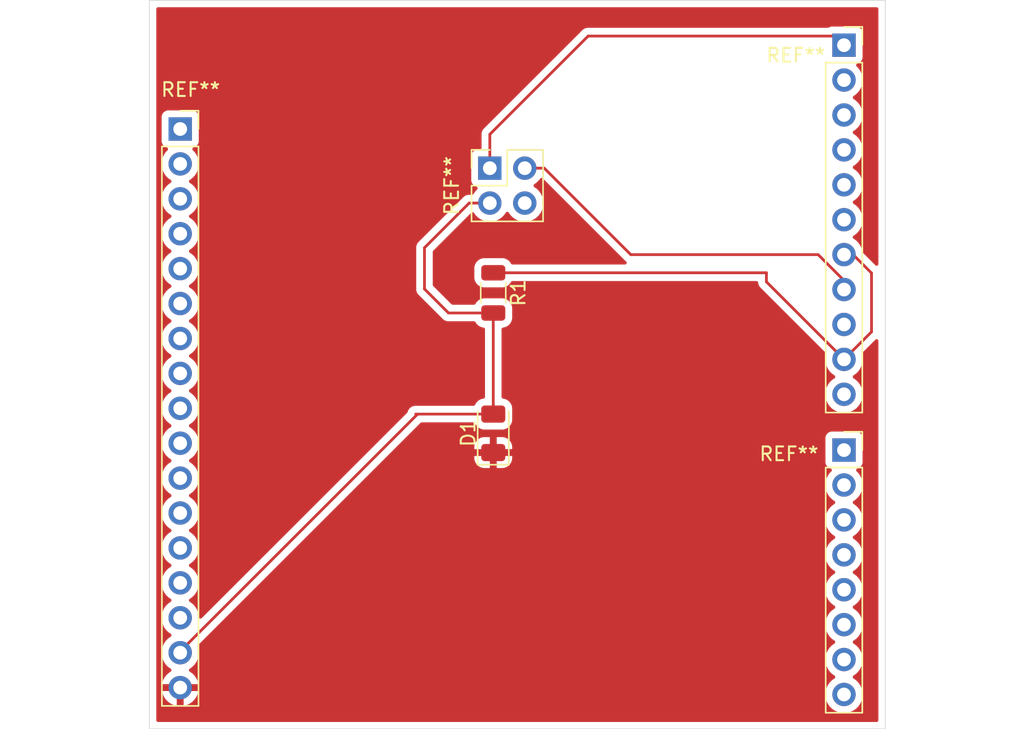
<source format=kicad_pcb>
(kicad_pcb (version 20240108) (generator "pcbnew") (generator_version "8.0")
  (layers (0 "F.Cu" signal) (31 "B.Cu" signal) (34 "B.Paste" user) (35 "F.Paste" user) (36 "B.SilkS" user "B.Silkscreen") (37 "F.SilkS" user "F.Silkscreen") (38 "B.Mask" user) (39 "F.Mask" user) (44 "Edge.Cuts" user))
  (net 0 "")
  (net 1 "ADC")
  (net 2 "GND")
  (net 3 "INPUT")
  (net 4 "DAC_OUT")
  (net 5 "OPAMP_IN")
  (footprint "Diode_SMD:D_1206_3216Metric" (layer "F.Cu") (at 127.5 81.5 90)
    (property "Reference" "D1" (at 0 -1.82 90) (layer "F.SilkS"))
    (property "Value" "D")
    (fp_line (start 1.6 -1.135) (end -2.285 -1.135) (stroke (width 0.12)) (layer "F.SilkS"))
    (fp_line (start -2.285 -1.135) (end -2.285 1.135) (stroke (width 0.12)) (layer "F.SilkS"))
    (fp_line (start -2.285 1.135) (end 1.6 1.135) (stroke (width 0.12)) (layer "F.SilkS"))
    (pad "1" smd roundrect (at -1.4 0 90) (size 1.25 1.75) (layers "F.Cu" "F.Paste" "F.Mask") (roundrect_rratio 0.2) (net 2 "GND"))
    (pad "2" smd roundrect (at 1.4 0 90) (size 1.25 1.75) (layers "F.Cu" "F.Paste" "F.Mask") (roundrect_rratio 0.2) (net 1 "ADC"))
  )
  (footprint "Connector_PinSocket_2.54mm:PinSocket_1x08_P2.54mm_Vertical" (layer "F.Cu") (at 153 82.72)
    (property "Reference" "REF**" (at -4 0.28 0) (layer "F.SilkS"))
    (property "Value" "PinSocket_1x08_P2.54mm_Vertical" (hide yes))
    (fp_line (start -1.33 1.27) (end -1.33 19.11) (stroke (width 0.12)) (layer "F.SilkS"))
    (fp_line (start -1.33 1.27) (end 1.33 1.27) (stroke (width 0.12)) (layer "F.SilkS"))
    (fp_line (start -1.33 19.11) (end 1.33 19.11) (stroke (width 0.12)) (layer "F.SilkS"))
    (fp_line (start 0 -1.33) (end 1.33 -1.33) (stroke (width 0.12)) (layer "F.SilkS"))
    (fp_line (start 1.33 -1.33) (end 1.33 0) (stroke (width 0.12)) (layer "F.SilkS"))
    (fp_line (start 1.33 1.27) (end 1.33 19.11) (stroke (width 0.12)) (layer "F.SilkS"))
    (pad "1" thru_hole rect (at 0 0) (size 1.7 1.7) (drill 1) (layers "*.Cu" "*.Mask"))
    (pad "2" thru_hole oval (at 0 2.54) (size 1.7 1.7) (drill 1) (layers "*.Cu" "*.Mask"))
    (pad "3" thru_hole oval (at 0 5.08) (size 1.7 1.7) (drill 1) (layers "*.Cu" "*.Mask"))
    (pad "4" thru_hole oval (at 0 7.62) (size 1.7 1.7) (drill 1) (layers "*.Cu" "*.Mask"))
    (pad "5" thru_hole oval (at 0 10.16) (size 1.7 1.7) (drill 1) (layers "*.Cu" "*.Mask"))
    (pad "6" thru_hole oval (at 0 12.7) (size 1.7 1.7) (drill 1) (layers "*.Cu" "*.Mask"))
    (pad "7" thru_hole oval (at 0 15.24) (size 1.7 1.7) (drill 1) (layers "*.Cu" "*.Mask"))
    (pad "8" thru_hole oval (at 0 17.78) (size 1.7 1.7) (drill 1) (layers "*.Cu" "*.Mask"))
  )
  (footprint "Resistor_SMD:R_1206_3216Metric" (layer "F.Cu") (at 127.5 71.2825 -90)
    (property "Reference" "R1" (at 0 -1.82 90) (layer "F.SilkS"))
    (property "Value" "100")
    (fp_line (start -0.727064 0.91) (end 0.727064 0.91) (stroke (width 0.12)) (layer "F.SilkS"))
    (fp_line (start -0.727064 -0.91) (end 0.727064 -0.91) (stroke (width 0.12)) (layer "F.SilkS"))
    (pad "1" smd roundrect (at -1.4625 0 270) (size 1.125 1.75) (layers "F.Cu" "F.Paste" "F.Mask") (roundrect_rratio 0.222222) (net 3 "INPUT"))
    (pad "2" smd roundrect (at 1.4625 0 270) (size 1.125 1.75) (layers "F.Cu" "F.Paste" "F.Mask") (roundrect_rratio 0.222222) (net 1 "ADC"))
  )
  (footprint "Connector_PinSocket_2.54mm:PinSocket_2x02_P2.54mm_Vertical" (layer "F.Cu") (at 127.25 62.21 90)
    (property "Reference" "REF**" (at -1.27 -2.77 90) (layer "F.SilkS"))
    (property "Value" "PinSocket_2x02_P2.54mm_Vertical" (hide yes))
    (fp_line (start 1.33 -1.33) (end 1.33 0) (stroke (width 0.12)) (layer "F.SilkS"))
    (fp_line (start 0 -1.33) (end 1.33 -1.33) (stroke (width 0.12)) (layer "F.SilkS"))
    (fp_line (start -1.27 -1.33) (end -1.27 1.27) (stroke (width 0.12)) (layer "F.SilkS"))
    (fp_line (start -3.87 -1.33) (end -1.27 -1.33) (stroke (width 0.12)) (layer "F.SilkS"))
    (fp_line (start -3.87 -1.33) (end -3.87 3.87) (stroke (width 0.12)) (layer "F.SilkS"))
    (fp_line (start 1.33 1.27) (end 1.33 3.87) (stroke (width 0.12)) (layer "F.SilkS"))
    (fp_line (start -1.27 1.27) (end 1.33 1.27) (stroke (width 0.12)) (layer "F.SilkS"))
    (fp_line (start -3.87 3.87) (end 1.33 3.87) (stroke (width 0.12)) (layer "F.SilkS"))
    (pad "1" thru_hole rect (at 0 0 90) (size 1.7 1.7) (drill 1) (layers "*.Cu" "*.Mask") (net 4 "DAC_OUT"))
    (pad "2" thru_hole oval (at -2.54 0 90) (size 1.7 1.7) (drill 1) (layers "*.Cu" "*.Mask") (net 1 "ADC"))
    (pad "3" thru_hole oval (at 0 2.54 90) (size 1.7 1.7) (drill 1) (layers "*.Cu" "*.Mask") (net 5 "OPAMP_IN"))
    (pad "4" thru_hole oval (at -2.54 2.54 90) (size 1.7 1.7) (drill 1) (layers "*.Cu" "*.Mask"))
  )
  (footprint "Connector_PinSocket_2.54mm:PinSocket_1x11_P2.54mm_Vertical" (layer "F.Cu") (at 153 53.26)
    (property "Reference" "REF**" (at -3.5 0.74 0) (layer "F.SilkS"))
    (property "Value" "PinSocket_1x11_P2.54mm_Vertical")
    (fp_line (start -1.33 1.27) (end -1.33 26.73) (stroke (width 0.12)) (layer "F.SilkS"))
    (fp_line (start -1.33 1.27) (end 1.33 1.27) (stroke (width 0.12)) (layer "F.SilkS"))
    (fp_line (start -1.33 26.73) (end 1.33 26.73) (stroke (width 0.12)) (layer "F.SilkS"))
    (fp_line (start 0 -1.33) (end 1.33 -1.33) (stroke (width 0.12)) (layer "F.SilkS"))
    (fp_line (start 1.33 -1.33) (end 1.33 0) (stroke (width 0.12)) (layer "F.SilkS"))
    (fp_line (start 1.33 1.27) (end 1.33 26.73) (stroke (width 0.12)) (layer "F.SilkS"))
    (pad "1" thru_hole rect (at 0 0) (size 1.7 1.7) (drill 1) (layers "*.Cu" "*.Mask") (net 4 "DAC_OUT"))
    (pad "2" thru_hole oval (at 0 2.54) (size 1.7 1.7) (drill 1) (layers "*.Cu" "*.Mask"))
    (pad "3" thru_hole oval (at 0 5.08) (size 1.7 1.7) (drill 1) (layers "*.Cu" "*.Mask"))
    (pad "4" thru_hole oval (at 0 7.62) (size 1.7 1.7) (drill 1) (layers "*.Cu" "*.Mask"))
    (pad "5" thru_hole oval (at 0 10.16) (size 1.7 1.7) (drill 1) (layers "*.Cu" "*.Mask"))
    (pad "6" thru_hole oval (at 0 12.7) (size 1.7 1.7) (drill 1) (layers "*.Cu" "*.Mask"))
    (pad "7" thru_hole oval (at 0 15.24) (size 1.7 1.7) (drill 1) (layers "*.Cu" "*.Mask") (net 3 "INPUT"))
    (pad "8" thru_hole oval (at 0 17.78) (size 1.7 1.7) (drill 1) (layers "*.Cu" "*.Mask") (net 5 "OPAMP_IN"))
    (pad "9" thru_hole oval (at 0 20.32) (size 1.7 1.7) (drill 1) (layers "*.Cu" "*.Mask"))
    (pad "10" thru_hole oval (at 0 22.86) (size 1.7 1.7) (drill 1) (layers "*.Cu" "*.Mask") (net 3 "INPUT"))
    (pad "11" thru_hole oval (at 0 25.4) (size 1.7 1.7) (drill 1) (layers "*.Cu" "*.Mask"))
  )
  (footprint "Connector_PinSocket_2.54mm:PinSocket_1x17_P2.54mm_Vertical" (layer "F.Cu") (at 104.74 59.36)
    (property "Reference" "REF**" (at 0.76 -2.86 0) (layer "F.SilkS"))
    (property "Value" "PinSocket_1x17_P2.54mm_Vertical")
    (fp_line (start -1.33 1.27) (end -1.33 41.97) (stroke (width 0.12)) (layer "F.SilkS"))
    (fp_line (start -1.33 1.27) (end 1.33 1.27) (stroke (width 0.12)) (layer "F.SilkS"))
    (fp_line (start -1.33 41.97) (end 1.33 41.97) (stroke (width 0.12)) (layer "F.SilkS"))
    (fp_line (start 0 -1.33) (end 1.33 -1.33) (stroke (width 0.12)) (layer "F.SilkS"))
    (fp_line (start 1.33 -1.33) (end 1.33 0) (stroke (width 0.12)) (layer "F.SilkS"))
    (fp_line (start 1.33 1.27) (end 1.33 41.97) (stroke (width 0.12)) (layer "F.SilkS"))
    (pad "1" thru_hole rect (at 0 0) (size 1.7 1.7) (drill 1) (layers "*.Cu" "*.Mask"))
    (pad "2" thru_hole oval (at 0 2.54) (size 1.7 1.7) (drill 1) (layers "*.Cu" "*.Mask"))
    (pad "3" thru_hole oval (at 0 5.08) (size 1.7 1.7) (drill 1) (layers "*.Cu" "*.Mask"))
    (pad "4" thru_hole oval (at 0 7.62) (size 1.7 1.7) (drill 1) (layers "*.Cu" "*.Mask"))
    (pad "5" thru_hole oval (at 0 10.16) (size 1.7 1.7) (drill 1) (layers "*.Cu" "*.Mask"))
    (pad "6" thru_hole oval (at 0 12.7) (size 1.7 1.7) (drill 1) (layers "*.Cu" "*.Mask"))
    (pad "7" thru_hole oval (at 0 15.24) (size 1.7 1.7) (drill 1) (layers "*.Cu" "*.Mask"))
    (pad "8" thru_hole oval (at 0 17.78) (size 1.7 1.7) (drill 1) (layers "*.Cu" "*.Mask"))
    (pad "9" thru_hole oval (at 0 20.32) (size 1.7 1.7) (drill 1) (layers "*.Cu" "*.Mask"))
    (pad "10" thru_hole oval (at 0 22.86) (size 1.7 1.7) (drill 1) (layers "*.Cu" "*.Mask"))
    (pad "11" thru_hole oval (at 0 25.4) (size 1.7 1.7) (drill 1) (layers "*.Cu" "*.Mask"))
    (pad "12" thru_hole oval (at 0 27.94) (size 1.7 1.7) (drill 1) (layers "*.Cu" "*.Mask"))
    (pad "13" thru_hole oval (at 0 30.48) (size 1.7 1.7) (drill 1) (layers "*.Cu" "*.Mask"))
    (pad "14" thru_hole oval (at 0 33.02) (size 1.7 1.7) (drill 1) (layers "*.Cu" "*.Mask"))
    (pad "15" thru_hole oval (at 0 35.56) (size 1.7 1.7) (drill 1) (layers "*.Cu" "*.Mask"))
    (pad "16" thru_hole oval (at 0 38.1) (size 1.7 1.7) (drill 1) (layers "*.Cu" "*.Mask") (net 1 "ADC"))
    (pad "17" thru_hole oval (at 0 40.64) (size 1.7 1.7) (drill 1) (layers "*.Cu" "*.Mask") (net 2 "GND"))
  )
  (gr_rect (start 102.5 50) (end 156 103) (stroke (width 0.05)) (fill none) (layer "Edge.Cuts"))
  (segment (start 104.74 97.36) (end 104.74 97.46) (width 0.2) (layer "F.Cu") (net 1))
  (segment (start 122.5 71) (end 122.5 68) (width 0.2) (layer "F.Cu") (net 1))
  (segment (start 125.75 64.75) (end 127.25 64.75) (width 0.2) (layer "F.Cu") (net 1))
  (segment (start 122 80.1) (end 121.86 80.1) (width 0.2) (layer "F.Cu") (net 1))
  (segment (start 124.245 72.745) (end 122.5 71) (width 0.2) (layer "F.Cu") (net 1))
  (segment (start 122 80.1) (end 104.74 97.36) (width 0.2) (layer "F.Cu") (net 1))
  (segment (start 127.4625 72.745) (end 127.5 72.7825) (width 0.2) (layer "F.Cu") (net 1))
  (segment (start 127.5 72.745) (end 127.5 80.1) (width 0.2) (layer "F.Cu") (net 1))
  (segment (start 127.5 72.745) (end 124.245 72.745) (width 0.2) (layer "F.Cu") (net 1))
  (segment (start 127.5 80.1) (end 122 80.1) (width 0.2) (layer "F.Cu") (net 1))
  (segment (start 122.5 68) (end 125.75 64.75) (width 0.2) (layer "F.Cu") (net 1))
  (segment (start 113 100) (end 104.74 100) (width 0.2) (layer "F.Cu") (net 2))
  (segment (start 127.5 82.9) (end 127.5 85.5) (width 0.2) (layer "F.Cu") (net 2))
  (segment (start 127.5 85.5) (end 113 100) (width 0.2) (layer "F.Cu") (net 2))
  (segment (start 147.36 70.48) (end 153 76.12) (width 0.2) (layer "F.Cu") (net 3))
  (segment (start 147.36 69.82) (end 147.36 70.48) (width 0.2) (layer "F.Cu") (net 3))
  (segment (start 155 74.12) (end 153 76.12) (width 0.2) (layer "F.Cu") (net 3))
  (segment (start 155 69.84) (end 155 74.12) (width 0.2) (layer "F.Cu") (net 3))
  (segment (start 153 67.84) (end 155 69.84) (width 0.2) (layer "F.Cu") (net 3))
  (segment (start 127.5 69.82) (end 147.36 69.82) (width 0.2) (layer "F.Cu") (net 3))
  (segment (start 127.25 59.75) (end 134.4 52.6) (width 0.2) (layer "F.Cu") (net 4))
  (segment (start 134.4 52.6) (end 153 52.6) (width 0.2) (layer "F.Cu") (net 4))
  (segment (start 127.25 62.21) (end 127.25 59.75) (width 0.2) (layer "F.Cu") (net 4))
  (segment (start 129.79 62.21) (end 131.21 62.21) (width 0.2) (layer "F.Cu") (net 5))
  (segment (start 151.12 68.5) (end 153 70.38) (width 0.2) (layer "F.Cu") (net 5))
  (segment (start 131.21 62.21) (end 137.5 68.5) (width 0.2) (layer "F.Cu") (net 5))
  (segment (start 137.5 68.5) (end 151.12 68.5) (width 0.2) (layer "F.Cu") (net 5))
  (zone (net 2) (net_name "GND") (layer "F.Cu") (connect_pads (clearance 0.5)) (min_thickness 0.25) (fill yes (thermal_gap 0.5) (thermal_bridge_width 0.5))
    (polygon (pts (xy 102.5 50) (xy 156 50) (xy 156 103) (xy 102.5 103)))
  )
)
</source>
